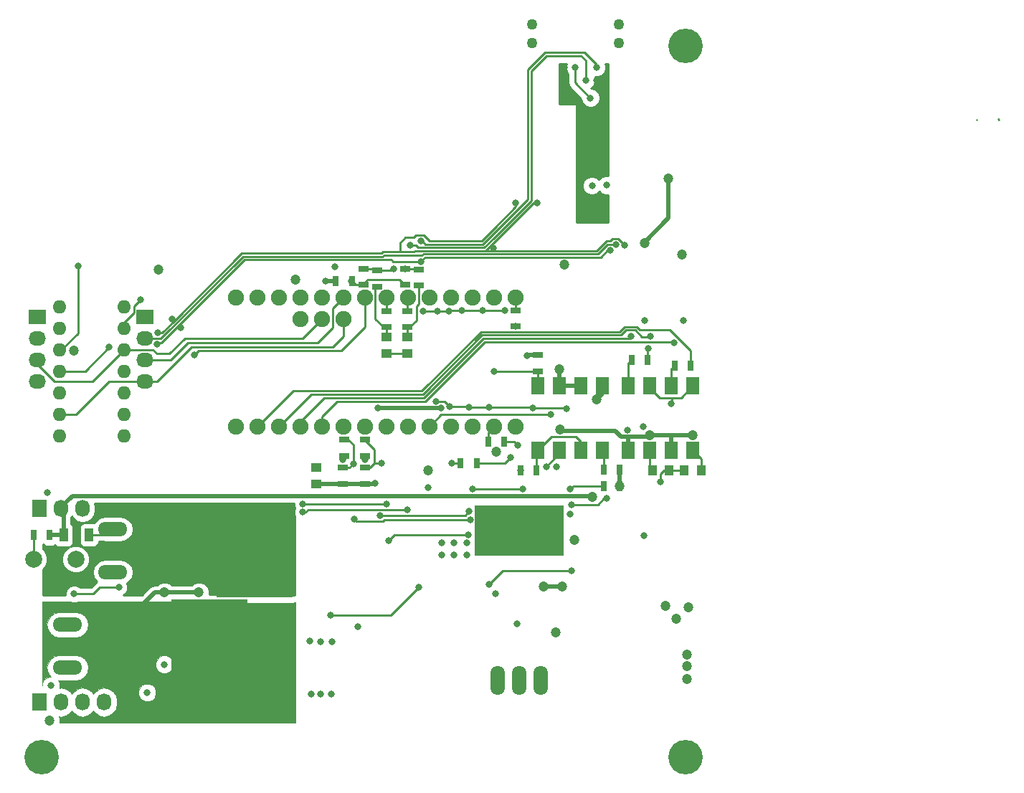
<source format=gbl>
G04 #@! TF.FileFunction,Copper,L4,Bot,Signal*
%FSLAX46Y46*%
G04 Gerber Fmt 4.6, Leading zero omitted, Abs format (unit mm)*
G04 Created by KiCad (PCBNEW 4.0.1-stable) date 2017-03-07 5:39:30 PM*
%MOMM*%
G01*
G04 APERTURE LIST*
%ADD10C,0.150000*%
%ADD11R,1.727200X2.032000*%
%ADD12O,1.727200X2.032000*%
%ADD13O,1.600000X1.600000*%
%ADD14C,1.900000*%
%ADD15O,3.500120X1.699260*%
%ADD16R,9.000000X11.000000*%
%ADD17O,1.699260X3.500120*%
%ADD18R,10.500000X6.000000*%
%ADD19R,1.524000X2.032000*%
%ADD20C,1.998980*%
%ADD21R,1.000000X1.250000*%
%ADD22R,0.700000X1.300000*%
%ADD23R,1.300000X0.700000*%
%ADD24R,2.032000X1.727200*%
%ADD25O,2.032000X1.727200*%
%ADD26C,1.270000*%
%ADD27R,1.250000X1.000000*%
%ADD28R,1.000000X1.600000*%
%ADD29C,4.064000*%
%ADD30C,0.800000*%
%ADD31C,1.200000*%
%ADD32C,0.254000*%
%ADD33C,0.500000*%
%ADD34C,0.100000*%
G04 APERTURE END LIST*
D10*
D11*
X27767000Y-102551000D03*
D12*
X30307000Y-102551000D03*
X32847000Y-102551000D03*
X35387000Y-102551000D03*
D13*
X37700000Y-55850000D03*
X37700000Y-58390000D03*
X37700000Y-60930000D03*
X37700000Y-63470000D03*
X37700000Y-66010000D03*
X37700000Y-68550000D03*
X37700000Y-71090000D03*
X30080000Y-71090000D03*
X30080000Y-68550000D03*
X30080000Y-66010000D03*
X30080000Y-63470000D03*
X30080000Y-60930000D03*
X30080000Y-58390000D03*
X30080000Y-55850000D03*
D14*
X58564000Y-57320000D03*
X61104000Y-57320000D03*
X63644000Y-57320000D03*
X53484000Y-70020000D03*
X56024000Y-70020000D03*
X58564000Y-70020000D03*
X61104000Y-70020000D03*
X63644000Y-70020000D03*
X66184000Y-70020000D03*
X68724000Y-70020000D03*
X71264000Y-70020000D03*
X73804000Y-70020000D03*
X76344000Y-70020000D03*
X78884000Y-70020000D03*
X81424000Y-70020000D03*
X83964000Y-70020000D03*
X83964000Y-54780000D03*
X81424000Y-54780000D03*
X78884000Y-54780000D03*
X76344000Y-54780000D03*
X73804000Y-54780000D03*
X71264000Y-54780000D03*
X68724000Y-54780000D03*
X66184000Y-54780000D03*
X63644000Y-54780000D03*
X61104000Y-54780000D03*
X58564000Y-54780000D03*
X56024000Y-54780000D03*
X53484000Y-54780000D03*
X50944000Y-54780000D03*
X50944000Y-70020000D03*
D15*
X36403000Y-84644000D03*
X36403000Y-87184000D03*
X36403000Y-82104000D03*
D16*
X53167000Y-84644000D03*
D15*
X31069000Y-95947000D03*
X31069000Y-98487000D03*
X31069000Y-93407000D03*
D16*
X47833000Y-95947000D03*
D17*
X84409000Y-100011000D03*
X86949000Y-100011000D03*
X81869000Y-100011000D03*
D18*
X84409000Y-82247000D03*
D19*
X97290000Y-65190000D03*
X99830000Y-65190000D03*
X102370000Y-65190000D03*
X104910000Y-65190000D03*
X104910000Y-72810000D03*
X102370000Y-72810000D03*
X99830000Y-72810000D03*
X97290000Y-72810000D03*
X94210000Y-72810000D03*
X91670000Y-72810000D03*
X89130000Y-72810000D03*
X86590000Y-72810000D03*
X86590000Y-65190000D03*
X89130000Y-65190000D03*
X91670000Y-65190000D03*
X94210000Y-65190000D03*
D11*
X27767000Y-79691000D03*
D12*
X30307000Y-79691000D03*
X32847000Y-79691000D03*
D20*
X32044360Y-85660000D03*
X27043100Y-85660000D03*
D21*
X105900000Y-75200000D03*
X103900000Y-75200000D03*
X100100000Y-75200000D03*
X102100000Y-75200000D03*
D22*
X104650000Y-62800000D03*
X102750000Y-62800000D03*
X99550000Y-62100000D03*
X97650000Y-62100000D03*
X96250000Y-77000000D03*
X94350000Y-77000000D03*
X84550000Y-75200000D03*
X86450000Y-75200000D03*
X96250000Y-75100000D03*
X94350000Y-75100000D03*
D23*
X86600000Y-61550000D03*
X86600000Y-63450000D03*
X70900000Y-53250000D03*
X70900000Y-51350000D03*
X66000000Y-53250000D03*
X66000000Y-51350000D03*
X66200000Y-74850000D03*
X66200000Y-76750000D03*
X63600000Y-74850000D03*
X63600000Y-76750000D03*
D24*
X27510000Y-57080000D03*
D25*
X27510000Y-59620000D03*
X27510000Y-62160000D03*
X27510000Y-64700000D03*
D24*
X40210000Y-57080000D03*
D25*
X40210000Y-59620000D03*
X40210000Y-62160000D03*
X40210000Y-64700000D03*
D26*
X96130800Y-22473200D03*
X85869200Y-22473200D03*
X96130800Y-24733800D03*
X85869200Y-24733800D03*
D27*
X68700000Y-59400000D03*
X68700000Y-61400000D03*
X71200000Y-61400000D03*
X71200000Y-59400000D03*
D28*
X33600000Y-82800000D03*
X30600000Y-82800000D03*
D22*
X64650000Y-52800000D03*
X62750000Y-52800000D03*
X27050000Y-82800000D03*
X28950000Y-82800000D03*
D23*
X63700000Y-73450000D03*
X63700000Y-71550000D03*
X66200000Y-73450000D03*
X66200000Y-71550000D03*
X68700000Y-58250000D03*
X68700000Y-56350000D03*
X71200000Y-58250000D03*
X71200000Y-56350000D03*
X67600000Y-51550000D03*
X67600000Y-53450000D03*
X72500000Y-51450000D03*
X72500000Y-53350000D03*
D29*
X104000000Y-25000000D03*
D27*
X60400000Y-74800000D03*
X60400000Y-76800000D03*
D22*
X79350000Y-74300000D03*
X77450000Y-74300000D03*
X82650000Y-71800000D03*
X80750000Y-71800000D03*
D23*
X84000000Y-56250000D03*
X84000000Y-58150000D03*
D29*
X28000000Y-109000000D03*
X104000000Y-109000000D03*
D30*
X82700000Y-56300000D03*
X80100000Y-56300000D03*
X80800000Y-67700000D03*
X77600000Y-56300000D03*
X78500000Y-67700000D03*
X74600000Y-67000000D03*
X90000000Y-67900000D03*
X86000000Y-67800000D03*
X76100000Y-56400000D03*
X76200000Y-67600000D03*
X73000000Y-56400000D03*
X74700000Y-56400000D03*
X93000000Y-44600000D03*
X93000000Y-45600000D03*
X93540000Y-29102600D03*
X89730000Y-27578600D03*
X91800000Y-44600000D03*
X81300000Y-48900000D03*
X86500000Y-43600000D03*
X29100000Y-100600000D03*
X28700000Y-77800000D03*
X96800000Y-48600000D03*
X99000000Y-70000000D03*
X72800000Y-50500000D03*
X44400000Y-58300000D03*
X95100000Y-49200000D03*
X97200000Y-70400000D03*
X84000000Y-43600000D03*
X43400000Y-57300000D03*
X60400000Y-74800000D03*
X40451000Y-101408000D03*
X42499000Y-98072980D03*
X68700000Y-61400000D03*
X99200000Y-57449020D03*
X103800000Y-57449020D03*
X84550000Y-75200000D03*
X88800000Y-74700000D03*
X73600000Y-77200000D03*
X62600000Y-51100000D03*
X41600000Y-60300000D03*
X41700000Y-58900000D03*
X36000000Y-60600000D03*
X59800000Y-101575000D03*
X60975000Y-101550000D03*
X65300000Y-93600000D03*
X102300000Y-67300000D03*
X62200000Y-101550000D03*
X60975000Y-95400000D03*
X59700000Y-95350000D03*
X62250000Y-95400000D03*
X81615000Y-89740000D03*
X76662000Y-85152000D03*
X78186000Y-83755000D03*
X78186000Y-85152000D03*
X76662000Y-83755000D03*
X75265000Y-83755000D03*
X75265000Y-85152000D03*
X84155000Y-93280000D03*
X99141000Y-82866000D03*
D31*
X103600000Y-49700000D03*
X89700000Y-50900000D03*
X28900000Y-104700000D03*
X88700000Y-94300000D03*
X101700000Y-91200000D03*
X104400000Y-91300000D03*
X104200000Y-99800000D03*
X104200000Y-98300000D03*
X104200000Y-96900000D03*
X102900000Y-92700000D03*
D30*
X81400000Y-63500000D03*
X69000000Y-83450000D03*
X78400000Y-82800000D03*
X90600000Y-87000000D03*
X80800000Y-88600000D03*
D31*
X46563000Y-89597000D03*
X42499000Y-89597000D03*
X89200000Y-70300000D03*
X89100000Y-63200000D03*
X99800000Y-71000000D03*
X104900000Y-71000000D03*
X57950000Y-52600000D03*
X102000000Y-40699980D03*
X99200000Y-48300000D03*
X31850000Y-61050000D03*
X41800000Y-51450000D03*
X96250000Y-77000000D03*
D30*
X85300000Y-61600000D03*
D31*
X87300000Y-88900000D03*
X89500000Y-88900000D03*
X90902000Y-83374000D03*
D30*
X90400000Y-80300000D03*
D31*
X81675000Y-72995000D03*
X73600000Y-75200000D03*
D30*
X61500000Y-52800000D03*
X75200000Y-67800000D03*
X67700000Y-67800000D03*
X67400000Y-76700000D03*
X62100000Y-92300000D03*
X72500000Y-89000000D03*
X37165000Y-88962000D03*
X31831000Y-89724000D03*
X39700000Y-55000000D03*
X95800000Y-48500000D03*
X92800000Y-31200000D03*
X91000000Y-27578600D03*
X101100000Y-76500000D03*
X32300000Y-51050000D03*
X88100000Y-68600000D03*
X99900000Y-59300000D03*
X99600000Y-60800000D03*
X97600000Y-59300000D03*
X102700000Y-60100000D03*
D31*
X93500000Y-66800000D03*
X93000000Y-78300000D03*
D30*
X71500000Y-48600000D03*
X69600000Y-51400000D03*
X92270000Y-29102600D03*
X72800000Y-48100000D03*
X70900000Y-51400000D03*
X93540000Y-27578600D03*
X58800000Y-80100000D03*
X71200000Y-79800000D03*
X58800000Y-79100000D03*
X68700000Y-79100000D03*
X64800000Y-74400000D03*
X64900000Y-80900000D03*
X78600000Y-81000000D03*
X68000000Y-80500000D03*
X68100000Y-74300000D03*
X78500000Y-80000000D03*
X46000000Y-61500000D03*
X94700000Y-78500000D03*
X90600000Y-79200000D03*
X90400000Y-77400000D03*
X89130000Y-72810000D03*
X87600000Y-74700000D03*
X84000000Y-58150000D03*
X84800000Y-77400000D03*
X78900000Y-77400000D03*
X63600000Y-73900000D03*
X66200000Y-73900000D03*
X64600000Y-52800000D03*
X83400000Y-73600000D03*
X76450000Y-74300000D03*
X84200000Y-72200000D03*
X93000000Y-41550000D03*
X94700000Y-41500000D03*
D32*
X138424000Y-33726000D02*
X138400000Y-33750000D01*
X140964000Y-33714000D02*
X141000000Y-33750000D01*
X76200000Y-67600000D02*
X75600000Y-67000000D01*
X75600000Y-67000000D02*
X74600000Y-67000000D01*
X86000000Y-67800000D02*
X89900000Y-67800000D01*
X89900000Y-67800000D02*
X90000000Y-67900000D01*
X80800000Y-67700000D02*
X85900000Y-67700000D01*
X85900000Y-67700000D02*
X86000000Y-67800000D01*
X80800000Y-67700000D02*
X78500000Y-67700000D01*
X78400000Y-67600000D02*
X78500000Y-67700000D01*
X76200000Y-67600000D02*
X78400000Y-67600000D01*
X74700000Y-56400000D02*
X73000000Y-56400000D01*
X76100000Y-56400000D02*
X74700000Y-56400000D01*
X76200000Y-56300000D02*
X76100000Y-56400000D01*
X77600000Y-56300000D02*
X80100000Y-56300000D01*
X80100000Y-56300000D02*
X82700000Y-56300000D01*
X77600000Y-56300000D02*
X76200000Y-56300000D01*
X93500000Y-29100000D02*
X93537400Y-29100000D01*
X93537400Y-29100000D02*
X93540000Y-29102600D01*
X89700000Y-27600000D02*
X89708600Y-27600000D01*
X89708600Y-27600000D02*
X89730000Y-27578600D01*
X70950000Y-47650000D02*
X71950000Y-47650000D01*
X79946372Y-48075992D02*
X81403366Y-46618998D01*
X73775992Y-48075992D02*
X79946372Y-48075992D01*
X73100000Y-47400000D02*
X73775992Y-48075992D01*
X72200000Y-47400000D02*
X73100000Y-47400000D01*
X71950000Y-47650000D02*
X72200000Y-47400000D01*
X80419820Y-49218998D02*
X80981002Y-49218998D01*
X80981002Y-49218998D02*
X81300000Y-48900000D01*
X81557816Y-48081002D02*
X80419820Y-49218998D01*
X81557816Y-48081002D02*
X86038818Y-43600000D01*
X86500000Y-43600000D02*
X86038818Y-43600000D01*
X80419820Y-49218998D02*
X80500000Y-49218998D01*
X72000000Y-49281002D02*
X72718998Y-49281002D01*
X93542184Y-49218998D02*
X94680180Y-48081002D01*
X72781002Y-49218998D02*
X80500000Y-49218998D01*
X80500000Y-49218998D02*
X93542184Y-49218998D01*
X72718998Y-49281002D02*
X72781002Y-49218998D01*
X95100000Y-49200000D02*
X94800000Y-49200000D01*
X94800000Y-49200000D02*
X94018998Y-49981002D01*
X96700000Y-48400000D02*
X96700000Y-48500000D01*
X96700000Y-48500000D02*
X96800000Y-48600000D01*
X94700000Y-48081002D02*
X95118998Y-48081002D01*
X96100000Y-47800000D02*
X96700000Y-48400000D01*
X95400000Y-47800000D02*
X96100000Y-47800000D01*
X95118998Y-48081002D02*
X95400000Y-47800000D01*
X72800000Y-50438818D02*
X73257816Y-49981002D01*
X72800000Y-50500000D02*
X72800000Y-50438818D01*
X69500000Y-50500000D02*
X72800000Y-50500000D01*
X69400000Y-50400000D02*
X69500000Y-50500000D01*
X44169409Y-58069409D02*
X51957816Y-50281002D01*
X51957816Y-50281002D02*
X69281002Y-50281002D01*
X69281002Y-50281002D02*
X69400000Y-50400000D01*
X73257816Y-49981002D02*
X94018998Y-49981002D01*
X70300000Y-49300000D02*
X70300000Y-48300000D01*
X81403366Y-46618998D02*
X84000000Y-44022364D01*
X84000000Y-44022364D02*
X84000000Y-43600000D01*
X70300000Y-48300000D02*
X70950000Y-47650000D01*
X72000000Y-49300000D02*
X72000000Y-49281002D01*
X70800000Y-49300000D02*
X72000000Y-49300000D01*
X43630591Y-57530591D02*
X51642184Y-49518998D01*
X68100000Y-49518998D02*
X51642184Y-49518998D01*
X68318998Y-49300000D02*
X68100000Y-49518998D01*
X70800000Y-49300000D02*
X70300000Y-49300000D01*
X70300000Y-49300000D02*
X68318998Y-49300000D01*
X43630591Y-57530591D02*
X43400000Y-57300000D01*
X44169409Y-58069409D02*
X44400000Y-58300000D01*
X40500000Y-101400000D02*
X40459000Y-101400000D01*
X40459000Y-101400000D02*
X40451000Y-101408000D01*
X42500000Y-98100000D02*
X42500000Y-98073980D01*
X42500000Y-98073980D02*
X42499000Y-98072980D01*
X68700000Y-61400000D02*
X71200000Y-61400000D01*
X99200000Y-57449020D02*
X99200000Y-57500000D01*
X103800000Y-57449020D02*
X103800000Y-57500000D01*
X42138818Y-60100000D02*
X44169409Y-58069409D01*
X41800000Y-60100000D02*
X42138818Y-60100000D01*
X41600000Y-60300000D02*
X41800000Y-60100000D01*
X42261182Y-58900000D02*
X41700000Y-58900000D01*
X43630591Y-57530591D02*
X42261182Y-58900000D01*
X36000000Y-60600000D02*
X33130000Y-63470000D01*
X33130000Y-63470000D02*
X30080000Y-63470000D01*
X59800000Y-101575000D02*
X59800000Y-101625000D01*
X102400000Y-67200000D02*
X102400000Y-66600000D01*
X102300000Y-67300000D02*
X102400000Y-67200000D01*
X99830000Y-65190000D02*
X99830000Y-65430000D01*
X99830000Y-65430000D02*
X101000000Y-66600000D01*
X103500000Y-66600000D02*
X104910000Y-65190000D01*
X101000000Y-66600000D02*
X102400000Y-66600000D01*
X102400000Y-66600000D02*
X103500000Y-66600000D01*
X99830000Y-65190000D02*
X99830000Y-64730000D01*
X33600000Y-82800000D02*
X35707000Y-82800000D01*
X35707000Y-82800000D02*
X36403000Y-82104000D01*
X81615000Y-89740000D02*
X81615000Y-89724000D01*
X86600000Y-63450000D02*
X86600000Y-65180000D01*
X86600000Y-65180000D02*
X86590000Y-65190000D01*
X81450000Y-63450000D02*
X86600000Y-63450000D01*
X81400000Y-63500000D02*
X81450000Y-63450000D01*
X69650000Y-82800000D02*
X78400000Y-82800000D01*
X69000000Y-83450000D02*
X69650000Y-82800000D01*
X82400000Y-87000000D02*
X90600000Y-87000000D01*
X80800000Y-88600000D02*
X82400000Y-87000000D01*
X86450000Y-75200000D02*
X86450000Y-72950000D01*
X86450000Y-72950000D02*
X86590000Y-72810000D01*
X91670000Y-72810000D02*
X91670000Y-71770000D01*
X91670000Y-71770000D02*
X91100000Y-71200000D01*
X91100000Y-71200000D02*
X88200000Y-71200000D01*
X88200000Y-71200000D02*
X86590000Y-72810000D01*
D33*
X42499000Y-89597000D02*
X46563000Y-89597000D01*
X31069000Y-95947000D02*
X35006000Y-95947000D01*
X41356000Y-89597000D02*
X42499000Y-89597000D01*
X35006000Y-95947000D02*
X41356000Y-89597000D01*
X97290000Y-72810000D02*
X97290000Y-71200000D01*
X97200000Y-71300000D02*
X97200000Y-71200000D01*
X97200000Y-71290000D02*
X97200000Y-71300000D01*
X97290000Y-71200000D02*
X97200000Y-71290000D01*
X94980000Y-70500000D02*
X95700000Y-70500000D01*
X95700000Y-70500000D02*
X96400000Y-71200000D01*
X96400000Y-71200000D02*
X97200000Y-71200000D01*
X89400000Y-70500000D02*
X94980000Y-70500000D01*
X89200000Y-70300000D02*
X89400000Y-70500000D01*
X99600000Y-71200000D02*
X99800000Y-71000000D01*
X97200000Y-71200000D02*
X99600000Y-71200000D01*
X89130000Y-65190000D02*
X91670000Y-65190000D01*
X89130000Y-63230000D02*
X89130000Y-65190000D01*
X89100000Y-63200000D02*
X89130000Y-63230000D01*
X102370000Y-72810000D02*
X102370000Y-71000000D01*
X102300000Y-71070000D02*
X102300000Y-71000000D01*
X102370000Y-71000000D02*
X102300000Y-71070000D01*
X99800000Y-71000000D02*
X102300000Y-71000000D01*
X102300000Y-71000000D02*
X104900000Y-71000000D01*
X57950000Y-52600000D02*
X58000000Y-52600000D01*
X99100000Y-48300000D02*
X99200000Y-48300000D01*
X102000000Y-45400000D02*
X99100000Y-48300000D01*
X102000000Y-40699980D02*
X102000000Y-45400000D01*
X31850000Y-61050000D02*
X31900000Y-61000000D01*
X41800000Y-51450000D02*
X41800000Y-51400000D01*
X63600000Y-76750000D02*
X60450000Y-76750000D01*
X60450000Y-76750000D02*
X60400000Y-76800000D01*
X96250000Y-75100000D02*
X96250000Y-77000000D01*
X86600000Y-61550000D02*
X85350000Y-61550000D01*
X85350000Y-61550000D02*
X85300000Y-61600000D01*
X87300000Y-88900000D02*
X89500000Y-88900000D01*
X90900000Y-83400000D02*
X90900000Y-83376000D01*
X90900000Y-83376000D02*
X90902000Y-83374000D01*
X81680000Y-73000000D02*
X81700000Y-73000000D01*
X81675000Y-72995000D02*
X81680000Y-73000000D01*
X62750000Y-52800000D02*
X61500000Y-52800000D01*
X67350000Y-76750000D02*
X66200000Y-76750000D01*
X66200000Y-76750000D02*
X63600000Y-76750000D01*
X75200000Y-67800000D02*
X67700000Y-67800000D01*
X67400000Y-76700000D02*
X67350000Y-76750000D01*
D32*
X69200000Y-92300000D02*
X62100000Y-92300000D01*
X72500000Y-89000000D02*
X69200000Y-92300000D01*
X34879000Y-88962000D02*
X37165000Y-88962000D01*
X34117000Y-89724000D02*
X34879000Y-88962000D01*
X31831000Y-89724000D02*
X34117000Y-89724000D01*
X37700000Y-58390000D02*
X37700000Y-57700000D01*
X37700000Y-57700000D02*
X38900000Y-56500000D01*
X38900000Y-55800000D02*
X39700000Y-55000000D01*
X38900000Y-56500000D02*
X38900000Y-55800000D01*
X95800000Y-48500000D02*
X94800000Y-48500000D01*
X93700000Y-49600000D02*
X73100000Y-49600000D01*
X94800000Y-48500000D02*
X93700000Y-49600000D01*
X72900000Y-49800000D02*
X73100000Y-49600000D01*
X51800000Y-49900000D02*
X68300000Y-49900000D01*
X51800000Y-49900000D02*
X42080000Y-59620000D01*
X40210000Y-59620000D02*
X42080000Y-59620000D01*
X68300000Y-49900000D02*
X68400000Y-49800000D01*
X72900000Y-49800000D02*
X68400000Y-49800000D01*
X91000000Y-27578600D02*
X91000000Y-29400000D01*
X91000000Y-29400000D02*
X92800000Y-31200000D01*
X90800000Y-27778600D02*
X91000000Y-27578600D01*
X101100000Y-75600000D02*
X101500000Y-75200000D01*
X101100000Y-76500000D02*
X101100000Y-75600000D01*
X101500000Y-75200000D02*
X102100000Y-75200000D01*
X103900000Y-75200000D02*
X102100000Y-75200000D01*
X105900000Y-75200000D02*
X105900000Y-73800000D01*
X105900000Y-73800000D02*
X104910000Y-72810000D01*
X99830000Y-72810000D02*
X99830000Y-74930000D01*
X99830000Y-74930000D02*
X100100000Y-75200000D01*
X37700000Y-60930000D02*
X41130000Y-60930000D01*
X58824000Y-59600000D02*
X61104000Y-57320000D01*
X44900000Y-59600000D02*
X58824000Y-59600000D01*
X43100000Y-61400000D02*
X44900000Y-59600000D01*
X41600000Y-61400000D02*
X43100000Y-61400000D01*
X41130000Y-60930000D02*
X41600000Y-61400000D01*
X29500000Y-64650000D02*
X33980000Y-64650000D01*
X27510000Y-62660000D02*
X29500000Y-64650000D01*
X33980000Y-64650000D02*
X37700000Y-60930000D01*
X27510000Y-62160000D02*
X27510000Y-62660000D01*
X40210000Y-64700000D02*
X41600000Y-64700000D01*
X63644000Y-59356000D02*
X63644000Y-57320000D01*
X62400000Y-60600000D02*
X63644000Y-59356000D01*
X45700000Y-60600000D02*
X62400000Y-60600000D01*
X41600000Y-64700000D02*
X45700000Y-60600000D01*
X30080000Y-68550000D02*
X32100000Y-68550000D01*
X35950000Y-64700000D02*
X40210000Y-64700000D01*
X32100000Y-68550000D02*
X35950000Y-64700000D01*
X32300000Y-58950000D02*
X30320000Y-60930000D01*
X32300000Y-51050000D02*
X32300000Y-58950000D01*
X30320000Y-60930000D02*
X30080000Y-60930000D01*
X73804000Y-70020000D02*
X73804000Y-69996000D01*
X73804000Y-69996000D02*
X75200000Y-68600000D01*
X75200000Y-68600000D02*
X88100000Y-68600000D01*
X104650000Y-62800000D02*
X104650000Y-61050000D01*
X57704000Y-65800000D02*
X53484000Y-70020000D01*
X72883546Y-65800000D02*
X57704000Y-65800000D01*
X79864548Y-58818998D02*
X72883546Y-65800000D01*
X96200000Y-58818998D02*
X79864548Y-58818998D01*
X96800000Y-58218998D02*
X96200000Y-58818998D01*
X98257816Y-58218998D02*
X96800000Y-58218998D01*
X98638818Y-58600000D02*
X98257816Y-58218998D01*
X102200000Y-58600000D02*
X98638818Y-58600000D01*
X104650000Y-61050000D02*
X102200000Y-58600000D01*
X102370000Y-65190000D02*
X102370000Y-63180000D01*
X102370000Y-63180000D02*
X102750000Y-62800000D01*
X99550000Y-62100000D02*
X99550000Y-60850000D01*
X59844000Y-66200000D02*
X56024000Y-70020000D01*
X73022364Y-66200000D02*
X59844000Y-66200000D01*
X80022364Y-59200000D02*
X73022364Y-66200000D01*
X96400000Y-59200000D02*
X80022364Y-59200000D01*
X97000000Y-58600000D02*
X96400000Y-59200000D01*
X98100000Y-58600000D02*
X97000000Y-58600000D01*
X98900000Y-59400000D02*
X98100000Y-58600000D01*
X99800000Y-59400000D02*
X98900000Y-59400000D01*
X99900000Y-59300000D02*
X99800000Y-59400000D01*
X99550000Y-60850000D02*
X99600000Y-60800000D01*
X97290000Y-65190000D02*
X97290000Y-62460000D01*
X97290000Y-62460000D02*
X97650000Y-62100000D01*
X58564000Y-70020000D02*
X58564000Y-69436000D01*
X58564000Y-69436000D02*
X61400000Y-66600000D01*
X61400000Y-66600000D02*
X73161182Y-66600000D01*
X73161182Y-66600000D02*
X80161182Y-59600000D01*
X80161182Y-59600000D02*
X97300000Y-59600000D01*
X97300000Y-59600000D02*
X97600000Y-59300000D01*
X61104000Y-68796000D02*
X61104000Y-70020000D01*
X62900000Y-67000000D02*
X61104000Y-68796000D01*
X73300000Y-67000000D02*
X62900000Y-67000000D01*
X80300000Y-60000000D02*
X73300000Y-67000000D01*
X102600000Y-60000000D02*
X80300000Y-60000000D01*
X102700000Y-60100000D02*
X102600000Y-60000000D01*
D33*
X30307000Y-79691000D02*
X30307000Y-79493000D01*
X30307000Y-79493000D02*
X31600000Y-78200000D01*
X93500000Y-66800000D02*
X94210000Y-66090000D01*
X92900000Y-78200000D02*
X93000000Y-78300000D01*
X31600000Y-78200000D02*
X92900000Y-78200000D01*
X94210000Y-66090000D02*
X94210000Y-65190000D01*
X30600000Y-82800000D02*
X30600000Y-79984000D01*
X30600000Y-79984000D02*
X30307000Y-79691000D01*
X28950000Y-82800000D02*
X30600000Y-82800000D01*
D32*
X71500000Y-48600000D02*
X72200000Y-48600000D01*
X69450000Y-51550000D02*
X69600000Y-51400000D01*
X67600000Y-51550000D02*
X69450000Y-51550000D01*
X80262004Y-48837996D02*
X81400000Y-47700000D01*
X72437996Y-48837996D02*
X80262004Y-48837996D01*
X72200000Y-48600000D02*
X72437996Y-48837996D01*
X92270000Y-29102600D02*
X92300000Y-29072600D01*
X85800000Y-28000000D02*
X85800000Y-43300000D01*
X87600000Y-26200000D02*
X85800000Y-28000000D01*
X91700000Y-26200000D02*
X87600000Y-26200000D01*
X92270000Y-26770000D02*
X91700000Y-26200000D01*
X92270000Y-29102600D02*
X92270000Y-26770000D01*
X81400000Y-47700000D02*
X85800000Y-43300000D01*
X66000000Y-51350000D02*
X67400000Y-51350000D01*
X72800000Y-48100000D02*
X72943006Y-48100000D01*
X70900000Y-51350000D02*
X70900000Y-51400000D01*
X80104188Y-48456994D02*
X81561182Y-47000000D01*
X73300000Y-48456994D02*
X80104188Y-48456994D01*
X72943006Y-48100000D02*
X73300000Y-48456994D01*
X93500000Y-27538600D02*
X93540000Y-27578600D01*
X85418998Y-43142184D02*
X81561182Y-47000000D01*
X85418998Y-27842184D02*
X85418998Y-43142184D01*
X87461182Y-25800000D02*
X85418998Y-27842184D01*
X92100000Y-25800000D02*
X87461182Y-25800000D01*
X93500000Y-27200000D02*
X92100000Y-25800000D01*
X93500000Y-27538600D02*
X93500000Y-27200000D01*
X70900000Y-51350000D02*
X72400000Y-51350000D01*
X72400000Y-51350000D02*
X72500000Y-51450000D01*
X58800000Y-80100000D02*
X59181002Y-80100000D01*
X59481002Y-79800000D02*
X71200000Y-79800000D01*
X59181002Y-80100000D02*
X59481002Y-79800000D01*
X58800000Y-79100000D02*
X68700000Y-79100000D01*
X78600000Y-81000000D02*
X68500000Y-81000000D01*
X65200000Y-81200000D02*
X64900000Y-80900000D01*
X68300000Y-81200000D02*
X65200000Y-81200000D01*
X68500000Y-81000000D02*
X68300000Y-81200000D01*
X78500000Y-80900000D02*
X78600000Y-81000000D01*
X63650000Y-71575000D02*
X64275000Y-71575000D01*
X64275000Y-71575000D02*
X64800000Y-72100000D01*
X64800000Y-72100000D02*
X64800000Y-74400000D01*
X64800000Y-74400000D02*
X64350000Y-74850000D01*
X64350000Y-74850000D02*
X63600000Y-74850000D01*
X63600000Y-74850000D02*
X64150000Y-74850000D01*
X68000000Y-80500000D02*
X78000000Y-80500000D01*
X67300000Y-74300000D02*
X68100000Y-74300000D01*
X78000000Y-80500000D02*
X78500000Y-80000000D01*
X66200000Y-74850000D02*
X66750000Y-74850000D01*
X66750000Y-74850000D02*
X67300000Y-74300000D01*
X67300000Y-74300000D02*
X67300000Y-72725000D01*
X67300000Y-72725000D02*
X66175000Y-71600000D01*
X66184000Y-58216000D02*
X66184000Y-54780000D01*
X63418998Y-60981002D02*
X66184000Y-58216000D01*
X46518998Y-60981002D02*
X63418998Y-60981002D01*
X46000000Y-61500000D02*
X46518998Y-60981002D01*
X40210000Y-62160000D02*
X43240000Y-62160000D01*
X62400000Y-56024000D02*
X63644000Y-54780000D01*
X62400000Y-58300000D02*
X62400000Y-56024000D01*
X60600000Y-60100000D02*
X62400000Y-58300000D01*
X45300000Y-60100000D02*
X60600000Y-60100000D01*
X43240000Y-62160000D02*
X45300000Y-60100000D01*
X94700000Y-78500000D02*
X94400000Y-78500000D01*
X93700000Y-79200000D02*
X90600000Y-79200000D01*
X94400000Y-78500000D02*
X93700000Y-79200000D01*
X90800000Y-77000000D02*
X94350000Y-77000000D01*
X90400000Y-77400000D02*
X90800000Y-77000000D01*
X89130000Y-73170000D02*
X89130000Y-72810000D01*
X89130000Y-73170000D02*
X87600000Y-74700000D01*
X84800000Y-77400000D02*
X78900000Y-77400000D01*
X63700000Y-73450000D02*
X63700000Y-73800000D01*
X63700000Y-73800000D02*
X63600000Y-73900000D01*
X66200000Y-73900000D02*
X66200000Y-73450000D01*
X64600000Y-52800000D02*
X64650000Y-52800000D01*
X70900000Y-53250000D02*
X70900000Y-53200000D01*
X66000000Y-53250000D02*
X66000000Y-53100000D01*
X66000000Y-53100000D02*
X66500000Y-52600000D01*
X70250000Y-52600000D02*
X70900000Y-53250000D01*
X66500000Y-52600000D02*
X70250000Y-52600000D01*
X66000000Y-53250000D02*
X65100000Y-53250000D01*
X65100000Y-53250000D02*
X64650000Y-52800000D01*
X68700000Y-58250000D02*
X68350000Y-58250000D01*
X68350000Y-58250000D02*
X67400000Y-57300000D01*
X67400000Y-57300000D02*
X67400000Y-53650000D01*
X67400000Y-53650000D02*
X67600000Y-53450000D01*
X68700000Y-58250000D02*
X68700000Y-59400000D01*
X72250000Y-57450000D02*
X72250000Y-55750000D01*
X72500000Y-55500000D02*
X72500000Y-53350000D01*
X72250000Y-55750000D02*
X72500000Y-55500000D01*
X71200000Y-58250000D02*
X71450000Y-58250000D01*
X71450000Y-58250000D02*
X72250000Y-57450000D01*
X71200000Y-58250000D02*
X71200000Y-59400000D01*
X27050000Y-82800000D02*
X27050000Y-85653100D01*
X27050000Y-85653100D02*
X27043100Y-85660000D01*
X94350000Y-75100000D02*
X94350000Y-72950000D01*
X94350000Y-72950000D02*
X94210000Y-72810000D01*
X68700000Y-56350000D02*
X68700000Y-54804000D01*
X68700000Y-54804000D02*
X68724000Y-54780000D01*
X71200000Y-56350000D02*
X71200000Y-54844000D01*
X71200000Y-54844000D02*
X71264000Y-54780000D01*
X71275000Y-54769000D02*
X71264000Y-54780000D01*
X79350000Y-74300000D02*
X82700000Y-74300000D01*
X82700000Y-74300000D02*
X83400000Y-73600000D01*
X77450000Y-74300000D02*
X76450000Y-74300000D01*
X80750000Y-71800000D02*
X80750000Y-70694000D01*
X80750000Y-70694000D02*
X81424000Y-70020000D01*
X82650000Y-71800000D02*
X83800000Y-71800000D01*
X83800000Y-71800000D02*
X84200000Y-72200000D01*
X83964000Y-54780000D02*
X83964000Y-56214000D01*
X83964000Y-56214000D02*
X84000000Y-56250000D01*
X93000000Y-41550000D02*
X93000000Y-41500000D01*
D34*
G36*
X31621226Y-90773818D02*
X32038942Y-90774182D01*
X32339485Y-90650000D01*
X48256189Y-90650000D01*
X48409159Y-90754520D01*
X48667000Y-90806734D01*
X57667000Y-90806734D01*
X57907876Y-90761410D01*
X57950000Y-90734304D01*
X57950000Y-104950000D01*
X30149671Y-104950000D01*
X30149783Y-104949731D01*
X30150217Y-104452450D01*
X30044873Y-104197499D01*
X30307000Y-104249639D01*
X30886230Y-104134423D01*
X31377277Y-103806316D01*
X31577000Y-103507409D01*
X31776723Y-103806316D01*
X32267770Y-104134423D01*
X32847000Y-104249639D01*
X33426230Y-104134423D01*
X33917277Y-103806316D01*
X34117000Y-103507409D01*
X34316723Y-103806316D01*
X34807770Y-104134423D01*
X35387000Y-104249639D01*
X35966230Y-104134423D01*
X36457277Y-103806316D01*
X36785384Y-103315269D01*
X36900600Y-102736039D01*
X36900600Y-102365961D01*
X36785384Y-101786731D01*
X36671267Y-101615942D01*
X39400818Y-101615942D01*
X39560334Y-102002000D01*
X39855446Y-102297628D01*
X40241226Y-102457818D01*
X40658942Y-102458182D01*
X41045000Y-102298666D01*
X41340628Y-102003554D01*
X41500818Y-101617774D01*
X41501182Y-101200058D01*
X41341666Y-100814000D01*
X41046554Y-100518372D01*
X40660774Y-100358182D01*
X40243058Y-100357818D01*
X39857000Y-100517334D01*
X39561372Y-100812446D01*
X39401182Y-101198226D01*
X39400818Y-101615942D01*
X36671267Y-101615942D01*
X36457277Y-101295684D01*
X35966230Y-100967577D01*
X35387000Y-100852361D01*
X34807770Y-100967577D01*
X34316723Y-101295684D01*
X34117000Y-101594591D01*
X33917277Y-101295684D01*
X33426230Y-100967577D01*
X32847000Y-100852361D01*
X32267770Y-100967577D01*
X31776723Y-101295684D01*
X31577000Y-101594591D01*
X31377277Y-101295684D01*
X30886230Y-100967577D01*
X30307000Y-100852361D01*
X30116391Y-100890276D01*
X30149818Y-100809774D01*
X30150182Y-100392058D01*
X29990666Y-100006000D01*
X29934111Y-99949346D01*
X30121550Y-99986630D01*
X32016450Y-99986630D01*
X32590334Y-99872477D01*
X33076849Y-99547399D01*
X33401927Y-99060884D01*
X33516080Y-98487000D01*
X33475089Y-98280922D01*
X41448818Y-98280922D01*
X41608334Y-98666980D01*
X41903446Y-98962608D01*
X42289226Y-99122798D01*
X42706942Y-99123162D01*
X43093000Y-98963646D01*
X43388628Y-98668534D01*
X43548818Y-98282754D01*
X43549182Y-97865038D01*
X43389666Y-97478980D01*
X43094554Y-97183352D01*
X42708774Y-97023162D01*
X42291058Y-97022798D01*
X41905000Y-97182314D01*
X41609372Y-97477426D01*
X41449182Y-97863206D01*
X41448818Y-98280922D01*
X33475089Y-98280922D01*
X33401927Y-97913116D01*
X33076849Y-97426601D01*
X32590334Y-97101523D01*
X32016450Y-96987370D01*
X30121550Y-96987370D01*
X29547666Y-97101523D01*
X29061151Y-97426601D01*
X28736073Y-97913116D01*
X28621920Y-98487000D01*
X28736073Y-99060884D01*
X29061151Y-99547399D01*
X29064997Y-99549969D01*
X28892058Y-99549818D01*
X28506000Y-99709334D01*
X28210372Y-100004446D01*
X28050182Y-100390226D01*
X28050000Y-100599084D01*
X28050000Y-93407000D01*
X28621920Y-93407000D01*
X28736073Y-93980884D01*
X29061151Y-94467399D01*
X29547666Y-94792477D01*
X30121550Y-94906630D01*
X32016450Y-94906630D01*
X32590334Y-94792477D01*
X33076849Y-94467399D01*
X33401927Y-93980884D01*
X33516080Y-93407000D01*
X33401927Y-92833116D01*
X33076849Y-92346601D01*
X32590334Y-92021523D01*
X32016450Y-91907370D01*
X30121550Y-91907370D01*
X29547666Y-92021523D01*
X29061151Y-92346601D01*
X28736073Y-92833116D01*
X28621920Y-93407000D01*
X28050000Y-93407000D01*
X28050000Y-90650000D01*
X31323039Y-90650000D01*
X31621226Y-90773818D01*
X31621226Y-90773818D01*
G37*
X31621226Y-90773818D02*
X32038942Y-90774182D01*
X32339485Y-90650000D01*
X48256189Y-90650000D01*
X48409159Y-90754520D01*
X48667000Y-90806734D01*
X57667000Y-90806734D01*
X57907876Y-90761410D01*
X57950000Y-90734304D01*
X57950000Y-104950000D01*
X30149671Y-104950000D01*
X30149783Y-104949731D01*
X30150217Y-104452450D01*
X30044873Y-104197499D01*
X30307000Y-104249639D01*
X30886230Y-104134423D01*
X31377277Y-103806316D01*
X31577000Y-103507409D01*
X31776723Y-103806316D01*
X32267770Y-104134423D01*
X32847000Y-104249639D01*
X33426230Y-104134423D01*
X33917277Y-103806316D01*
X34117000Y-103507409D01*
X34316723Y-103806316D01*
X34807770Y-104134423D01*
X35387000Y-104249639D01*
X35966230Y-104134423D01*
X36457277Y-103806316D01*
X36785384Y-103315269D01*
X36900600Y-102736039D01*
X36900600Y-102365961D01*
X36785384Y-101786731D01*
X36671267Y-101615942D01*
X39400818Y-101615942D01*
X39560334Y-102002000D01*
X39855446Y-102297628D01*
X40241226Y-102457818D01*
X40658942Y-102458182D01*
X41045000Y-102298666D01*
X41340628Y-102003554D01*
X41500818Y-101617774D01*
X41501182Y-101200058D01*
X41341666Y-100814000D01*
X41046554Y-100518372D01*
X40660774Y-100358182D01*
X40243058Y-100357818D01*
X39857000Y-100517334D01*
X39561372Y-100812446D01*
X39401182Y-101198226D01*
X39400818Y-101615942D01*
X36671267Y-101615942D01*
X36457277Y-101295684D01*
X35966230Y-100967577D01*
X35387000Y-100852361D01*
X34807770Y-100967577D01*
X34316723Y-101295684D01*
X34117000Y-101594591D01*
X33917277Y-101295684D01*
X33426230Y-100967577D01*
X32847000Y-100852361D01*
X32267770Y-100967577D01*
X31776723Y-101295684D01*
X31577000Y-101594591D01*
X31377277Y-101295684D01*
X30886230Y-100967577D01*
X30307000Y-100852361D01*
X30116391Y-100890276D01*
X30149818Y-100809774D01*
X30150182Y-100392058D01*
X29990666Y-100006000D01*
X29934111Y-99949346D01*
X30121550Y-99986630D01*
X32016450Y-99986630D01*
X32590334Y-99872477D01*
X33076849Y-99547399D01*
X33401927Y-99060884D01*
X33516080Y-98487000D01*
X33475089Y-98280922D01*
X41448818Y-98280922D01*
X41608334Y-98666980D01*
X41903446Y-98962608D01*
X42289226Y-99122798D01*
X42706942Y-99123162D01*
X43093000Y-98963646D01*
X43388628Y-98668534D01*
X43548818Y-98282754D01*
X43549182Y-97865038D01*
X43389666Y-97478980D01*
X43094554Y-97183352D01*
X42708774Y-97023162D01*
X42291058Y-97022798D01*
X41905000Y-97182314D01*
X41609372Y-97477426D01*
X41449182Y-97863206D01*
X41448818Y-98280922D01*
X33475089Y-98280922D01*
X33401927Y-97913116D01*
X33076849Y-97426601D01*
X32590334Y-97101523D01*
X32016450Y-96987370D01*
X30121550Y-96987370D01*
X29547666Y-97101523D01*
X29061151Y-97426601D01*
X28736073Y-97913116D01*
X28621920Y-98487000D01*
X28736073Y-99060884D01*
X29061151Y-99547399D01*
X29064997Y-99549969D01*
X28892058Y-99549818D01*
X28506000Y-99709334D01*
X28210372Y-100004446D01*
X28050182Y-100390226D01*
X28050000Y-100599084D01*
X28050000Y-93407000D01*
X28621920Y-93407000D01*
X28736073Y-93980884D01*
X29061151Y-94467399D01*
X29547666Y-94792477D01*
X30121550Y-94906630D01*
X32016450Y-94906630D01*
X32590334Y-94792477D01*
X33076849Y-94467399D01*
X33401927Y-93980884D01*
X33516080Y-93407000D01*
X33401927Y-92833116D01*
X33076849Y-92346601D01*
X32590334Y-92021523D01*
X32016450Y-91907370D01*
X30121550Y-91907370D01*
X29547666Y-92021523D01*
X29061151Y-92346601D01*
X28736073Y-92833116D01*
X28621920Y-93407000D01*
X28050000Y-93407000D01*
X28050000Y-90650000D01*
X31323039Y-90650000D01*
X31621226Y-90773818D01*
D32*
G36*
X57764821Y-79304971D02*
X57873000Y-79566785D01*
X57873000Y-79633562D01*
X57765180Y-79893223D01*
X57764821Y-80304971D01*
X57873000Y-80566785D01*
X57873000Y-89873000D01*
X52617719Y-89873000D01*
X52584890Y-89850569D01*
X52333000Y-89799560D01*
X47797824Y-89799560D01*
X47798214Y-89352421D01*
X47610592Y-88898343D01*
X47263485Y-88550629D01*
X46809734Y-88362215D01*
X46318421Y-88361786D01*
X45864343Y-88549408D01*
X45701467Y-88712000D01*
X43360574Y-88712000D01*
X43199485Y-88550629D01*
X42745734Y-88362215D01*
X42254421Y-88361786D01*
X41800343Y-88549408D01*
X41637467Y-88712000D01*
X41356005Y-88712000D01*
X41356000Y-88711999D01*
X41017325Y-88779367D01*
X40730210Y-88971210D01*
X40730208Y-88971213D01*
X39828421Y-89873000D01*
X37670508Y-89873000D01*
X37750515Y-89839942D01*
X38041919Y-89549046D01*
X38199820Y-89168777D01*
X38200179Y-88757029D01*
X38073978Y-88451598D01*
X38399948Y-88233792D01*
X38721775Y-87752143D01*
X38834786Y-87184000D01*
X38721775Y-86615857D01*
X38399948Y-86134208D01*
X37918299Y-85812381D01*
X37350156Y-85699370D01*
X35455844Y-85699370D01*
X34887701Y-85812381D01*
X34406052Y-86134208D01*
X34084225Y-86615857D01*
X33971214Y-87184000D01*
X34084225Y-87752143D01*
X34406052Y-88233792D01*
X34514842Y-88306483D01*
X34488377Y-88324166D01*
X34340185Y-88423184D01*
X33801370Y-88962000D01*
X32532765Y-88962000D01*
X32418046Y-88847081D01*
X32037777Y-88689180D01*
X31626029Y-88688821D01*
X31245485Y-88846058D01*
X30954081Y-89136954D01*
X30796180Y-89517223D01*
X30795870Y-89873000D01*
X28127000Y-89873000D01*
X28127000Y-86887495D01*
X28427946Y-86587073D01*
X28677306Y-85986547D01*
X28677874Y-85336306D01*
X28429562Y-84735345D01*
X28127000Y-84432255D01*
X28127000Y-83887594D01*
X28135910Y-83901441D01*
X28348110Y-84046431D01*
X28600000Y-84097440D01*
X29300000Y-84097440D01*
X29535317Y-84053162D01*
X29607237Y-84006882D01*
X29635910Y-84051441D01*
X29848110Y-84196431D01*
X30100000Y-84247440D01*
X31100000Y-84247440D01*
X31252158Y-84218809D01*
X31119705Y-84273538D01*
X30659514Y-84732927D01*
X30410154Y-85333453D01*
X30409586Y-85983694D01*
X30657898Y-86584655D01*
X31117287Y-87044846D01*
X31717813Y-87294206D01*
X32368054Y-87294774D01*
X32969015Y-87046462D01*
X33429206Y-86587073D01*
X33678566Y-85986547D01*
X33679134Y-85336306D01*
X33430822Y-84735345D01*
X32971433Y-84275154D01*
X32370907Y-84025794D01*
X31720666Y-84025226D01*
X31416575Y-84150874D01*
X31551441Y-84064090D01*
X31696431Y-83851890D01*
X31747440Y-83600000D01*
X31747440Y-82000000D01*
X32452560Y-82000000D01*
X32452560Y-83600000D01*
X32496838Y-83835317D01*
X32635910Y-84051441D01*
X32848110Y-84196431D01*
X33100000Y-84247440D01*
X34100000Y-84247440D01*
X34335317Y-84203162D01*
X34551441Y-84064090D01*
X34696431Y-83851890D01*
X34747440Y-83600000D01*
X34747440Y-83562000D01*
X35321966Y-83562000D01*
X35455844Y-83588630D01*
X37350156Y-83588630D01*
X37918299Y-83475619D01*
X38399948Y-83153792D01*
X38721775Y-82672143D01*
X38834786Y-82104000D01*
X38721775Y-81535857D01*
X38399948Y-81054208D01*
X37918299Y-80732381D01*
X37350156Y-80619370D01*
X35455844Y-80619370D01*
X34887701Y-80732381D01*
X34406052Y-81054208D01*
X34193983Y-81371592D01*
X34100000Y-81352560D01*
X33100000Y-81352560D01*
X32864683Y-81396838D01*
X32648559Y-81535910D01*
X32503569Y-81748110D01*
X32452560Y-82000000D01*
X31747440Y-82000000D01*
X31703162Y-81764683D01*
X31564090Y-81548559D01*
X31485000Y-81494519D01*
X31485000Y-80758322D01*
X31577000Y-80620634D01*
X31787330Y-80935415D01*
X32273511Y-81260271D01*
X32847000Y-81374345D01*
X33420489Y-81260271D01*
X33906670Y-80935415D01*
X34231526Y-80449234D01*
X34345600Y-79875745D01*
X34345600Y-79506255D01*
X34261807Y-79085000D01*
X57765013Y-79085000D01*
X57764821Y-79304971D01*
X57764821Y-79304971D01*
G37*
X57764821Y-79304971D02*
X57873000Y-79566785D01*
X57873000Y-79633562D01*
X57765180Y-79893223D01*
X57764821Y-80304971D01*
X57873000Y-80566785D01*
X57873000Y-89873000D01*
X52617719Y-89873000D01*
X52584890Y-89850569D01*
X52333000Y-89799560D01*
X47797824Y-89799560D01*
X47798214Y-89352421D01*
X47610592Y-88898343D01*
X47263485Y-88550629D01*
X46809734Y-88362215D01*
X46318421Y-88361786D01*
X45864343Y-88549408D01*
X45701467Y-88712000D01*
X43360574Y-88712000D01*
X43199485Y-88550629D01*
X42745734Y-88362215D01*
X42254421Y-88361786D01*
X41800343Y-88549408D01*
X41637467Y-88712000D01*
X41356005Y-88712000D01*
X41356000Y-88711999D01*
X41017325Y-88779367D01*
X40730210Y-88971210D01*
X40730208Y-88971213D01*
X39828421Y-89873000D01*
X37670508Y-89873000D01*
X37750515Y-89839942D01*
X38041919Y-89549046D01*
X38199820Y-89168777D01*
X38200179Y-88757029D01*
X38073978Y-88451598D01*
X38399948Y-88233792D01*
X38721775Y-87752143D01*
X38834786Y-87184000D01*
X38721775Y-86615857D01*
X38399948Y-86134208D01*
X37918299Y-85812381D01*
X37350156Y-85699370D01*
X35455844Y-85699370D01*
X34887701Y-85812381D01*
X34406052Y-86134208D01*
X34084225Y-86615857D01*
X33971214Y-87184000D01*
X34084225Y-87752143D01*
X34406052Y-88233792D01*
X34514842Y-88306483D01*
X34488377Y-88324166D01*
X34340185Y-88423184D01*
X33801370Y-88962000D01*
X32532765Y-88962000D01*
X32418046Y-88847081D01*
X32037777Y-88689180D01*
X31626029Y-88688821D01*
X31245485Y-88846058D01*
X30954081Y-89136954D01*
X30796180Y-89517223D01*
X30795870Y-89873000D01*
X28127000Y-89873000D01*
X28127000Y-86887495D01*
X28427946Y-86587073D01*
X28677306Y-85986547D01*
X28677874Y-85336306D01*
X28429562Y-84735345D01*
X28127000Y-84432255D01*
X28127000Y-83887594D01*
X28135910Y-83901441D01*
X28348110Y-84046431D01*
X28600000Y-84097440D01*
X29300000Y-84097440D01*
X29535317Y-84053162D01*
X29607237Y-84006882D01*
X29635910Y-84051441D01*
X29848110Y-84196431D01*
X30100000Y-84247440D01*
X31100000Y-84247440D01*
X31252158Y-84218809D01*
X31119705Y-84273538D01*
X30659514Y-84732927D01*
X30410154Y-85333453D01*
X30409586Y-85983694D01*
X30657898Y-86584655D01*
X31117287Y-87044846D01*
X31717813Y-87294206D01*
X32368054Y-87294774D01*
X32969015Y-87046462D01*
X33429206Y-86587073D01*
X33678566Y-85986547D01*
X33679134Y-85336306D01*
X33430822Y-84735345D01*
X32971433Y-84275154D01*
X32370907Y-84025794D01*
X31720666Y-84025226D01*
X31416575Y-84150874D01*
X31551441Y-84064090D01*
X31696431Y-83851890D01*
X31747440Y-83600000D01*
X31747440Y-82000000D01*
X32452560Y-82000000D01*
X32452560Y-83600000D01*
X32496838Y-83835317D01*
X32635910Y-84051441D01*
X32848110Y-84196431D01*
X33100000Y-84247440D01*
X34100000Y-84247440D01*
X34335317Y-84203162D01*
X34551441Y-84064090D01*
X34696431Y-83851890D01*
X34747440Y-83600000D01*
X34747440Y-83562000D01*
X35321966Y-83562000D01*
X35455844Y-83588630D01*
X37350156Y-83588630D01*
X37918299Y-83475619D01*
X38399948Y-83153792D01*
X38721775Y-82672143D01*
X38834786Y-82104000D01*
X38721775Y-81535857D01*
X38399948Y-81054208D01*
X37918299Y-80732381D01*
X37350156Y-80619370D01*
X35455844Y-80619370D01*
X34887701Y-80732381D01*
X34406052Y-81054208D01*
X34193983Y-81371592D01*
X34100000Y-81352560D01*
X33100000Y-81352560D01*
X32864683Y-81396838D01*
X32648559Y-81535910D01*
X32503569Y-81748110D01*
X32452560Y-82000000D01*
X31747440Y-82000000D01*
X31703162Y-81764683D01*
X31564090Y-81548559D01*
X31485000Y-81494519D01*
X31485000Y-80758322D01*
X31577000Y-80620634D01*
X31787330Y-80935415D01*
X32273511Y-81260271D01*
X32847000Y-81374345D01*
X33420489Y-81260271D01*
X33906670Y-80935415D01*
X34231526Y-80449234D01*
X34345600Y-79875745D01*
X34345600Y-79506255D01*
X34261807Y-79085000D01*
X57765013Y-79085000D01*
X57764821Y-79304971D01*
G36*
X89873196Y-27353442D02*
X89872805Y-27801791D01*
X90044019Y-28216160D01*
X90146000Y-28318319D01*
X90146000Y-29400000D01*
X90211007Y-29726812D01*
X90364547Y-29956600D01*
X90396131Y-30003869D01*
X91672929Y-31280667D01*
X91672805Y-31423191D01*
X91844019Y-31837560D01*
X92160772Y-32154867D01*
X92574842Y-32326804D01*
X93023191Y-32327195D01*
X93437560Y-32155981D01*
X93754867Y-31839228D01*
X93926804Y-31425158D01*
X93927195Y-30976809D01*
X93755981Y-30562440D01*
X93439228Y-30245133D01*
X93025158Y-30073196D01*
X92880808Y-30073070D01*
X92878377Y-30070639D01*
X92907560Y-30058581D01*
X93224867Y-29741828D01*
X93396804Y-29327758D01*
X93397195Y-28879409D01*
X93325301Y-28705413D01*
X93763191Y-28705795D01*
X94177560Y-28534581D01*
X94494867Y-28217828D01*
X94666804Y-27803758D01*
X94667195Y-27355409D01*
X94572818Y-27127000D01*
X94873000Y-27127000D01*
X94873000Y-40373151D01*
X94476809Y-40372805D01*
X94062440Y-40544019D01*
X93824907Y-40781137D01*
X93639228Y-40595133D01*
X93225158Y-40423196D01*
X92776809Y-40422805D01*
X92362440Y-40594019D01*
X92045133Y-40910772D01*
X91873196Y-41324842D01*
X91872805Y-41773191D01*
X92044019Y-42187560D01*
X92360772Y-42504867D01*
X92774842Y-42676804D01*
X93223191Y-42677195D01*
X93637560Y-42505981D01*
X93875093Y-42268863D01*
X94060772Y-42454867D01*
X94474842Y-42626804D01*
X94873000Y-42627151D01*
X94873000Y-45873000D01*
X91127000Y-45873000D01*
X91127000Y-32000000D01*
X91116994Y-31950590D01*
X91088553Y-31908965D01*
X91046159Y-31881685D01*
X91000000Y-31873000D01*
X89127000Y-31873000D01*
X89127000Y-27127000D01*
X89967223Y-27127000D01*
X89873196Y-27353442D01*
X89873196Y-27353442D01*
G37*
X89873196Y-27353442D02*
X89872805Y-27801791D01*
X90044019Y-28216160D01*
X90146000Y-28318319D01*
X90146000Y-29400000D01*
X90211007Y-29726812D01*
X90364547Y-29956600D01*
X90396131Y-30003869D01*
X91672929Y-31280667D01*
X91672805Y-31423191D01*
X91844019Y-31837560D01*
X92160772Y-32154867D01*
X92574842Y-32326804D01*
X93023191Y-32327195D01*
X93437560Y-32155981D01*
X93754867Y-31839228D01*
X93926804Y-31425158D01*
X93927195Y-30976809D01*
X93755981Y-30562440D01*
X93439228Y-30245133D01*
X93025158Y-30073196D01*
X92880808Y-30073070D01*
X92878377Y-30070639D01*
X92907560Y-30058581D01*
X93224867Y-29741828D01*
X93396804Y-29327758D01*
X93397195Y-28879409D01*
X93325301Y-28705413D01*
X93763191Y-28705795D01*
X94177560Y-28534581D01*
X94494867Y-28217828D01*
X94666804Y-27803758D01*
X94667195Y-27355409D01*
X94572818Y-27127000D01*
X94873000Y-27127000D01*
X94873000Y-40373151D01*
X94476809Y-40372805D01*
X94062440Y-40544019D01*
X93824907Y-40781137D01*
X93639228Y-40595133D01*
X93225158Y-40423196D01*
X92776809Y-40422805D01*
X92362440Y-40594019D01*
X92045133Y-40910772D01*
X91873196Y-41324842D01*
X91872805Y-41773191D01*
X92044019Y-42187560D01*
X92360772Y-42504867D01*
X92774842Y-42676804D01*
X93223191Y-42677195D01*
X93637560Y-42505981D01*
X93875093Y-42268863D01*
X94060772Y-42454867D01*
X94474842Y-42626804D01*
X94873000Y-42627151D01*
X94873000Y-45873000D01*
X91127000Y-45873000D01*
X91127000Y-32000000D01*
X91116994Y-31950590D01*
X91088553Y-31908965D01*
X91046159Y-31881685D01*
X91000000Y-31873000D01*
X89127000Y-31873000D01*
X89127000Y-27127000D01*
X89967223Y-27127000D01*
X89873196Y-27353442D01*
M02*

</source>
